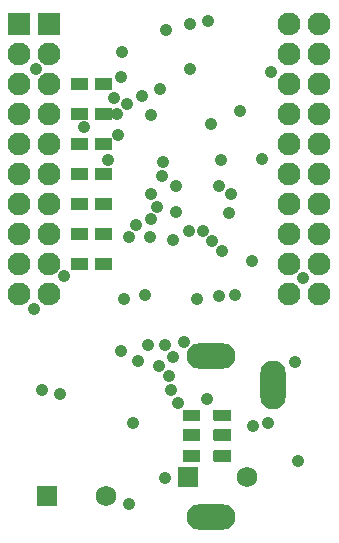
<source format=gbs>
G04*
G04 #@! TF.GenerationSoftware,Altium Limited,Altium Designer,21.0.8 (223)*
G04*
G04 Layer_Color=16711935*
%FSLAX25Y25*%
%MOIN*%
G70*
G04*
G04 #@! TF.SameCoordinates,84E36BB9-B4DE-43A9-923A-922111DECC7A*
G04*
G04*
G04 #@! TF.FilePolarity,Negative*
G04*
G01*
G75*
%ADD33C,0.07600*%
%ADD34R,0.06899X0.06899*%
%ADD35C,0.06899*%
%ADD36R,0.07600X0.07600*%
%ADD37O,0.08474X0.16348*%
%ADD38O,0.16348X0.08474*%
%ADD39C,0.04200*%
%ADD67R,0.02600X0.03600*%
G36*
X27900Y102600D02*
X22300D01*
Y106400D01*
X27900D01*
Y102600D01*
D02*
G37*
G36*
X35800Y102500D02*
X30200D01*
Y106300D01*
X35800D01*
Y102500D01*
D02*
G37*
G36*
X35700Y92600D02*
X30100D01*
Y96400D01*
X35700D01*
Y92600D01*
D02*
G37*
G36*
X27900D02*
X22300D01*
Y96400D01*
X27900D01*
Y92600D01*
D02*
G37*
G36*
X75400Y42100D02*
X69800D01*
Y45900D01*
X75400D01*
Y42100D01*
D02*
G37*
G36*
X65200D02*
X59600D01*
Y45900D01*
X65200D01*
Y42100D01*
D02*
G37*
G36*
X75400Y35600D02*
X69800D01*
Y39400D01*
X75400D01*
Y35600D01*
D02*
G37*
G36*
X65200D02*
X59600D01*
Y39400D01*
X65200D01*
Y35600D01*
D02*
G37*
G36*
X75400Y28600D02*
X69800D01*
Y32400D01*
X75400D01*
Y28600D01*
D02*
G37*
G36*
X65200D02*
X59600D01*
Y32400D01*
X65200D01*
Y28600D01*
D02*
G37*
G36*
X35700Y152600D02*
X30100D01*
Y156400D01*
X35700D01*
Y152600D01*
D02*
G37*
G36*
X27900D02*
X22300D01*
Y156400D01*
X27900D01*
Y152600D01*
D02*
G37*
G36*
Y142600D02*
X22300D01*
Y146400D01*
X27900D01*
Y142600D01*
D02*
G37*
G36*
X35800Y142500D02*
X30200D01*
Y146300D01*
X35800D01*
Y142500D01*
D02*
G37*
G36*
X35700Y132600D02*
X30100D01*
Y136400D01*
X35700D01*
Y132600D01*
D02*
G37*
G36*
X27900D02*
X22300D01*
Y136400D01*
X27900D01*
Y132600D01*
D02*
G37*
G36*
X35700Y122600D02*
X30100D01*
Y126400D01*
X35700D01*
Y122600D01*
D02*
G37*
G36*
X27900D02*
X22300D01*
Y126400D01*
X27900D01*
Y122600D01*
D02*
G37*
G36*
X35700Y112600D02*
X30100D01*
Y116400D01*
X35700D01*
Y112600D01*
D02*
G37*
G36*
X27900D02*
X22300D01*
Y116400D01*
X27900D01*
Y112600D01*
D02*
G37*
D33*
X95000Y84500D02*
D03*
X105000D02*
D03*
X5000Y164500D02*
D03*
Y154500D02*
D03*
Y144500D02*
D03*
Y134500D02*
D03*
Y124500D02*
D03*
X95000Y174500D02*
D03*
Y164500D02*
D03*
Y154500D02*
D03*
Y144500D02*
D03*
Y134500D02*
D03*
Y124500D02*
D03*
X5000Y114500D02*
D03*
Y104500D02*
D03*
Y94500D02*
D03*
Y84500D02*
D03*
X95000Y114500D02*
D03*
Y104500D02*
D03*
Y94500D02*
D03*
X15000Y164500D02*
D03*
Y154500D02*
D03*
Y144500D02*
D03*
Y134500D02*
D03*
Y124500D02*
D03*
X105000Y174500D02*
D03*
Y164500D02*
D03*
Y154500D02*
D03*
Y144500D02*
D03*
Y134500D02*
D03*
Y124500D02*
D03*
X15000Y114500D02*
D03*
Y104500D02*
D03*
Y94500D02*
D03*
Y84500D02*
D03*
X105000Y114500D02*
D03*
Y104500D02*
D03*
Y94500D02*
D03*
D34*
X61158Y23400D02*
D03*
X14157Y17000D02*
D03*
D35*
X80843Y23400D02*
D03*
X33843Y17000D02*
D03*
D36*
X5000Y174500D02*
D03*
X15000D02*
D03*
D37*
X89472Y54094D02*
D03*
D38*
X69000Y10000D02*
D03*
Y63937D02*
D03*
D39*
X76900Y84100D02*
D03*
X71600Y83700D02*
D03*
X64200Y82800D02*
D03*
X60005Y68457D02*
D03*
X66185Y105600D02*
D03*
X69046Y101961D02*
D03*
X61385Y105600D02*
D03*
X88000Y41390D02*
D03*
X56152Y63523D02*
D03*
X96964Y61800D02*
D03*
X48500Y103400D02*
D03*
X48835Y109400D02*
D03*
X57016Y120340D02*
D03*
X57100Y111785D02*
D03*
X18500Y51000D02*
D03*
X97800Y28900D02*
D03*
X41400Y103300D02*
D03*
X34444Y129190D02*
D03*
X53403Y67500D02*
D03*
X39000Y65400D02*
D03*
X43907Y107293D02*
D03*
X51000Y113530D02*
D03*
X82500Y95450D02*
D03*
X72400Y98800D02*
D03*
X99555Y89945D02*
D03*
X39700Y82700D02*
D03*
X43000Y41500D02*
D03*
X53400Y23004D02*
D03*
X46700Y84200D02*
D03*
X44400Y62200D02*
D03*
X48000Y67500D02*
D03*
X51500Y60589D02*
D03*
X75450Y117750D02*
D03*
X48800Y117891D02*
D03*
X52400Y123800D02*
D03*
X56200Y102300D02*
D03*
X12400Y52400D02*
D03*
X20000Y90400D02*
D03*
X78500Y145366D02*
D03*
X82957Y40500D02*
D03*
X40900Y147917D02*
D03*
X36614Y149943D02*
D03*
X48871Y144129D02*
D03*
X38896Y156845D02*
D03*
X39024Y165267D02*
D03*
X53000Y128500D02*
D03*
X89002Y158499D02*
D03*
X75000Y111600D02*
D03*
X71500Y120500D02*
D03*
X86000Y129416D02*
D03*
X67500Y49500D02*
D03*
X41500Y14500D02*
D03*
X58000Y48000D02*
D03*
X55470Y52530D02*
D03*
X54760Y57261D02*
D03*
X10500Y159500D02*
D03*
X10000Y79500D02*
D03*
X62000Y159500D02*
D03*
X53900Y172500D02*
D03*
X68000Y175500D02*
D03*
X62000Y174500D02*
D03*
X51870Y152616D02*
D03*
X46000Y150500D02*
D03*
X69000Y141000D02*
D03*
X37500Y144500D02*
D03*
X38000Y137500D02*
D03*
X26500Y140000D02*
D03*
X72094Y128963D02*
D03*
D67*
X71000Y44000D02*
D03*
X74000D02*
D03*
X23500Y94500D02*
D03*
X26500D02*
D03*
X23500Y104500D02*
D03*
X26500D02*
D03*
X23500Y114500D02*
D03*
X26500D02*
D03*
X23500Y124500D02*
D03*
X26500D02*
D03*
X23500Y134500D02*
D03*
X26500D02*
D03*
X23500Y144500D02*
D03*
X26500D02*
D03*
X23500Y154500D02*
D03*
X26500D02*
D03*
X71000Y30500D02*
D03*
X74000D02*
D03*
X64000D02*
D03*
X61000D02*
D03*
X71000Y37500D02*
D03*
X74000D02*
D03*
X64000D02*
D03*
X61000D02*
D03*
X64000Y44000D02*
D03*
X61000D02*
D03*
X34500Y94500D02*
D03*
X31500D02*
D03*
X34600Y104400D02*
D03*
X31600D02*
D03*
X34500Y114500D02*
D03*
X31500D02*
D03*
X34500Y124500D02*
D03*
X31500D02*
D03*
X34500Y134500D02*
D03*
X31500D02*
D03*
X34600Y144400D02*
D03*
X31600D02*
D03*
X34500Y154500D02*
D03*
X31500D02*
D03*
M02*

</source>
